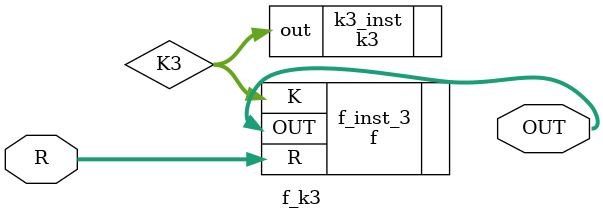
<source format=v>
/**
 * Round function del round 3: funzione f(R, K)
 *
 * Utilizza R2 del round precedente e K3
 * per calcolare il valore (facendo lo XOR con L2) di R3.
*/

module f_k3(
    input [32:1] R,
    output [32:1] OUT
);

    wire [48:1] K3;
    k3 k3_inst(
        .out(K3[48:1])
    );

    f f_inst_3(
        .R(R[32:1]),
        .K(K3[48:1]),
        .OUT(OUT[32:1])
    );
endmodule

</source>
